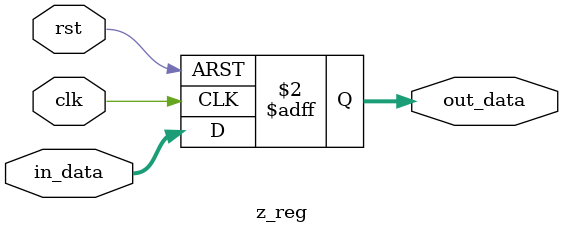
<source format=v>
`timescale 1ns / 1ps


module z_reg (
    input clk,
    input rst,
    input [31:0] in_data,
    output reg [31:0] out_data
);

  always @(posedge clk or posedge rst) begin
    if (rst)
      out_data <= 32'd0;
    else
      out_data <= in_data;
  end
endmodule
</source>
